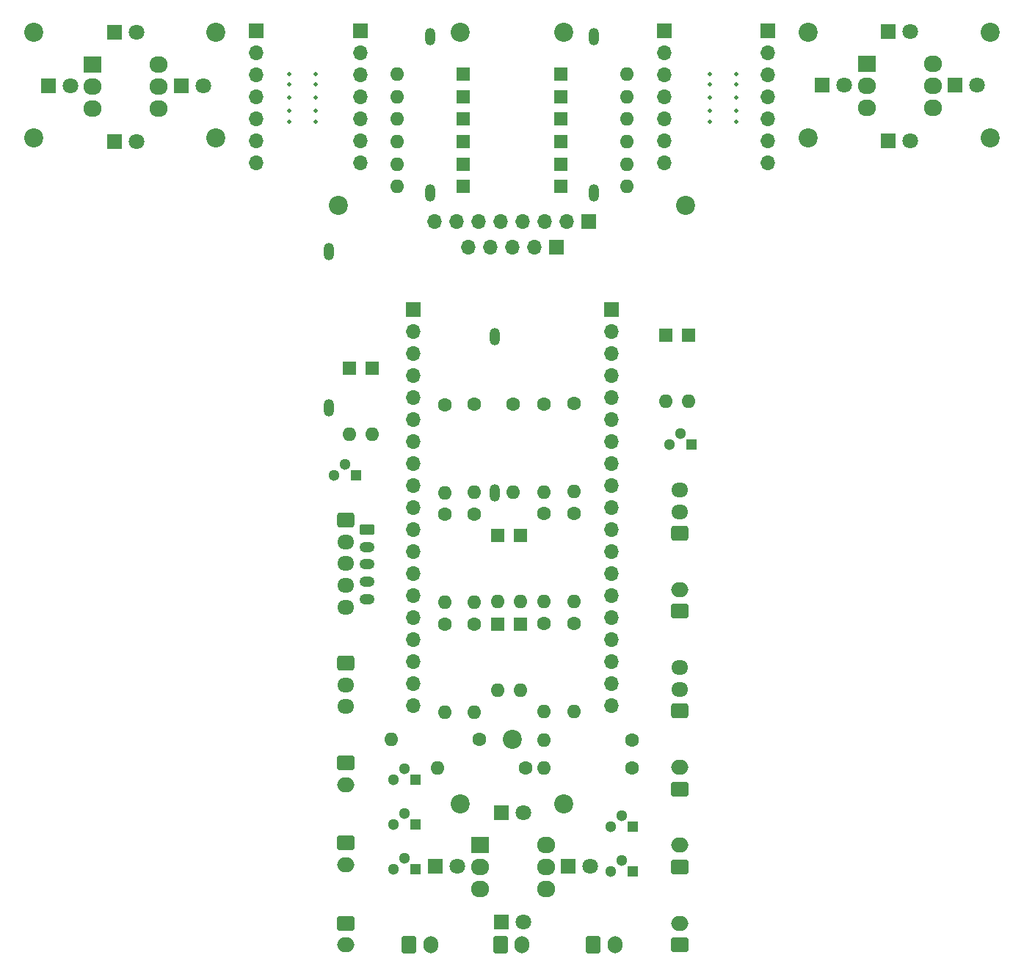
<source format=gbs>
%TF.GenerationSoftware,KiCad,Pcbnew,7.0.7*%
%TF.CreationDate,2023-09-25T22:52:37-04:00*%
%TF.ProjectId,Matrix,4d617472-6978-42e6-9b69-6361645f7063,rev?*%
%TF.SameCoordinates,Original*%
%TF.FileFunction,Soldermask,Bot*%
%TF.FilePolarity,Negative*%
%FSLAX46Y46*%
G04 Gerber Fmt 4.6, Leading zero omitted, Abs format (unit mm)*
G04 Created by KiCad (PCBNEW 7.0.7) date 2023-09-25 22:52:37*
%MOMM*%
%LPD*%
G01*
G04 APERTURE LIST*
G04 Aperture macros list*
%AMRoundRect*
0 Rectangle with rounded corners*
0 $1 Rounding radius*
0 $2 $3 $4 $5 $6 $7 $8 $9 X,Y pos of 4 corners*
0 Add a 4 corners polygon primitive as box body*
4,1,4,$2,$3,$4,$5,$6,$7,$8,$9,$2,$3,0*
0 Add four circle primitives for the rounded corners*
1,1,$1+$1,$2,$3*
1,1,$1+$1,$4,$5*
1,1,$1+$1,$6,$7*
1,1,$1+$1,$8,$9*
0 Add four rect primitives between the rounded corners*
20,1,$1+$1,$2,$3,$4,$5,0*
20,1,$1+$1,$4,$5,$6,$7,0*
20,1,$1+$1,$6,$7,$8,$9,0*
20,1,$1+$1,$8,$9,$2,$3,0*%
G04 Aperture macros list end*
%ADD10R,1.800000X1.800000*%
%ADD11C,1.800000*%
%ADD12C,2.200000*%
%ADD13C,0.500000*%
%ADD14R,2.100000X1.900000*%
%ADD15O,2.100000X1.900000*%
%ADD16O,1.200000X2.000000*%
%ADD17R,1.700000X1.700000*%
%ADD18O,1.700000X1.700000*%
%ADD19R,1.600000X1.600000*%
%ADD20O,1.600000X1.600000*%
%ADD21RoundRect,0.250000X0.750000X-0.600000X0.750000X0.600000X-0.750000X0.600000X-0.750000X-0.600000X0*%
%ADD22O,2.000000X1.700000*%
%ADD23RoundRect,0.250000X-0.625000X0.350000X-0.625000X-0.350000X0.625000X-0.350000X0.625000X0.350000X0*%
%ADD24O,1.750000X1.200000*%
%ADD25C,1.600000*%
%ADD26R,1.300000X1.300000*%
%ADD27C,1.300000*%
%ADD28RoundRect,0.250000X-0.600000X-0.750000X0.600000X-0.750000X0.600000X0.750000X-0.600000X0.750000X0*%
%ADD29O,1.700000X2.000000*%
%ADD30RoundRect,0.250000X-0.725000X0.600000X-0.725000X-0.600000X0.725000X-0.600000X0.725000X0.600000X0*%
%ADD31O,1.950000X1.700000*%
%ADD32RoundRect,0.250000X0.725000X-0.600000X0.725000X0.600000X-0.725000X0.600000X-0.725000X-0.600000X0*%
%ADD33RoundRect,0.250000X-0.750000X0.600000X-0.750000X-0.600000X0.750000X-0.600000X0.750000X0.600000X0*%
G04 APERTURE END LIST*
D10*
%TO.C,D5*%
X189004505Y-45112000D03*
D11*
X191544505Y-45112000D03*
%TD*%
D12*
%TO.C,REF\u002A\u002A*%
X151659011Y-134225000D03*
%TD*%
%TO.C,REF\u002A\u002A*%
X90509253Y-57412000D03*
%TD*%
%TO.C,REF\u002A\u002A*%
X90509253Y-45212000D03*
%TD*%
D13*
%TO.C,mouse-bite-3mm-slot*%
X119980000Y-55485000D03*
X122980000Y-55485000D03*
X122980000Y-54235000D03*
X119980000Y-54223000D03*
X119980000Y-52735000D03*
X122980000Y-52735000D03*
X119980000Y-51235000D03*
X122980000Y-51235000D03*
X119980000Y-49985000D03*
X122980000Y-49985000D03*
%TD*%
D12*
%TO.C,REF\u002A\u002A*%
X125659011Y-65200000D03*
%TD*%
%TO.C,REF\u002A\u002A*%
X179808770Y-57412000D03*
%TD*%
%TO.C,REF\u002A\u002A*%
X111509253Y-45212000D03*
%TD*%
%TO.C,REF\u002A\u002A*%
X151659011Y-45225000D03*
%TD*%
D14*
%TO.C,SW1*%
X97276753Y-48924500D03*
D15*
X104896753Y-54004500D03*
X97276753Y-54004500D03*
X104896753Y-48924500D03*
X97276753Y-51464500D03*
X104896753Y-51464500D03*
%TD*%
D12*
%TO.C,REF\u002A\u002A*%
X145659011Y-126825000D03*
%TD*%
D16*
%TO.C,SW8*%
X143700000Y-80325000D03*
X143700000Y-98325000D03*
%TD*%
D10*
%TO.C,D11*%
X144384011Y-147850000D03*
D11*
X146924011Y-147850000D03*
%TD*%
D10*
%TO.C,D2*%
X107520000Y-51387000D03*
D11*
X110060000Y-51387000D03*
%TD*%
D10*
%TO.C,D6*%
X196755494Y-51312000D03*
D11*
X199295494Y-51312000D03*
%TD*%
D13*
%TO.C,mouse-bite-3mm-slot*%
X168500000Y-55475000D03*
X171500000Y-55475000D03*
X171500000Y-54225000D03*
X168500000Y-54213000D03*
X168500000Y-52725000D03*
X171500000Y-52725000D03*
X168500000Y-51225000D03*
X171500000Y-51225000D03*
X168500000Y-49975000D03*
X171500000Y-49975000D03*
%TD*%
D10*
%TO.C,D10*%
X152135000Y-141450000D03*
D11*
X154675000Y-141450000D03*
%TD*%
D14*
%TO.C,SW2*%
X186576270Y-48849500D03*
D15*
X194196270Y-53929500D03*
X186576270Y-53929500D03*
X194196270Y-48849500D03*
X186576270Y-51389500D03*
X194196270Y-51389500D03*
%TD*%
D12*
%TO.C,REF\u002A\u002A*%
X139659011Y-45225000D03*
%TD*%
D10*
%TO.C,D1*%
X99769011Y-45187000D03*
D11*
X102309011Y-45187000D03*
%TD*%
D12*
%TO.C,REF\u002A\u002A*%
X179808770Y-45212000D03*
%TD*%
D10*
%TO.C,D3*%
X99769011Y-57787000D03*
D11*
X102309011Y-57787000D03*
%TD*%
D12*
%TO.C,REF\u002A\u002A*%
X200808770Y-45212000D03*
%TD*%
%TO.C,REF\u002A\u002A*%
X139659011Y-134225000D03*
%TD*%
%TO.C,REF\u002A\u002A*%
X111509253Y-57412000D03*
%TD*%
D10*
%TO.C,D9*%
X144384011Y-135250000D03*
D11*
X146924011Y-135250000D03*
%TD*%
D14*
%TO.C,SW3*%
X141926511Y-138987500D03*
D15*
X149546511Y-144067500D03*
X141926511Y-144067500D03*
X149546511Y-138987500D03*
X141926511Y-141527500D03*
X149546511Y-141527500D03*
%TD*%
D12*
%TO.C,REF\u002A\u002A*%
X165659011Y-65200000D03*
%TD*%
D16*
%TO.C,SW6*%
X136200000Y-63700000D03*
X136200000Y-45700000D03*
%TD*%
%TO.C,SW5*%
X124500000Y-70500000D03*
X124500000Y-88500000D03*
%TD*%
%TO.C,SW7*%
X155100000Y-63700000D03*
X155100000Y-45700000D03*
%TD*%
D11*
%TO.C,D4*%
X94700000Y-51387000D03*
D10*
X92160000Y-51387000D03*
%TD*%
D11*
%TO.C,D12*%
X139315000Y-141450000D03*
D10*
X136775000Y-141450000D03*
%TD*%
D11*
%TO.C,D8*%
X183935494Y-51312000D03*
D10*
X181395494Y-51312000D03*
%TD*%
%TO.C,D7*%
X189004505Y-57712000D03*
D11*
X191544505Y-57712000D03*
%TD*%
D12*
%TO.C,REF\u002A\u002A*%
X200808770Y-57412000D03*
%TD*%
D17*
%TO.C,J16*%
X154534011Y-67000000D03*
D18*
X151994011Y-67000000D03*
X136754011Y-67000000D03*
X144374011Y-67000000D03*
X141834011Y-67000000D03*
X149454011Y-67000000D03*
X139294011Y-67000000D03*
X146914011Y-67000000D03*
%TD*%
D19*
%TO.C,D21*%
X140000000Y-55200000D03*
D20*
X132380000Y-55200000D03*
%TD*%
D21*
%TO.C,J6*%
X165000000Y-150525000D03*
D22*
X165000000Y-148025000D03*
%TD*%
D23*
%TO.C,J14*%
X128900000Y-102600000D03*
D24*
X128900000Y-104600000D03*
X128900000Y-106600000D03*
X128900000Y-108600000D03*
X128900000Y-110600000D03*
%TD*%
D25*
%TO.C,R7*%
X159500000Y-126925000D03*
D20*
X149340000Y-126925000D03*
%TD*%
D19*
%TO.C,D30*%
X144000000Y-113490000D03*
D20*
X144000000Y-121110000D03*
%TD*%
D17*
%TO.C,J15*%
X150734011Y-70000000D03*
D18*
X148194011Y-70000000D03*
X145654011Y-70000000D03*
X143114011Y-70000000D03*
X140574011Y-70000000D03*
%TD*%
D26*
%TO.C,Q2*%
X159540000Y-142025000D03*
D27*
X158270000Y-140755000D03*
X157000000Y-142025000D03*
%TD*%
D26*
%TO.C,Q7*%
X127670000Y-96295000D03*
D27*
X126400000Y-95025000D03*
X125130000Y-96295000D03*
%TD*%
D25*
%TO.C,R3*%
X149300000Y-100725000D03*
D20*
X149300000Y-110885000D03*
%TD*%
D18*
%TO.C,1*%
X157100000Y-120365000D03*
X157100000Y-117825000D03*
X157100000Y-115285000D03*
X157100000Y-110205000D03*
D17*
X157100000Y-77185000D03*
D18*
X157100000Y-79725000D03*
X157100000Y-107665000D03*
X157100000Y-112745000D03*
X157100000Y-105125000D03*
X157100000Y-122905000D03*
X157100000Y-97505000D03*
X157100000Y-100045000D03*
X157100000Y-102585000D03*
X157100000Y-92425000D03*
X157100000Y-94965000D03*
X157100000Y-87345000D03*
X157100000Y-89885000D03*
X157100000Y-82265000D03*
X157100000Y-84805000D03*
%TD*%
D28*
%TO.C,J9*%
X133784011Y-150525000D03*
D29*
X136284011Y-150525000D03*
%TD*%
D19*
%TO.C,D13*%
X151280000Y-50000000D03*
D20*
X158900000Y-50000000D03*
%TD*%
D19*
%TO.C,D19*%
X140000000Y-50000000D03*
D20*
X132380000Y-50000000D03*
%TD*%
D19*
%TO.C,D18*%
X151300000Y-63000000D03*
D20*
X158920000Y-63000000D03*
%TD*%
D25*
%TO.C,R5*%
X149300000Y-113445000D03*
D20*
X149300000Y-123605000D03*
%TD*%
D21*
%TO.C,J2*%
X165000000Y-112025000D03*
D22*
X165000000Y-109525000D03*
%TD*%
D17*
%TO.C,DIAL 2*%
X163189011Y-45000000D03*
D18*
X163189011Y-47540000D03*
X163189011Y-50080000D03*
X163189011Y-52620000D03*
X163189011Y-55160000D03*
X163189011Y-57700000D03*
X163189011Y-60240000D03*
%TD*%
D30*
%TO.C,J14*%
X126500000Y-101525000D03*
D31*
X126500000Y-104025000D03*
X126500000Y-106525000D03*
X126500000Y-109025000D03*
X126500000Y-111525000D03*
%TD*%
D26*
%TO.C,Q1*%
X159540000Y-136885000D03*
D27*
X158270000Y-135615000D03*
X157000000Y-136885000D03*
%TD*%
D25*
%TO.C,R1*%
X149300000Y-88125000D03*
D20*
X149300000Y-98285000D03*
%TD*%
D25*
%TO.C,R4*%
X152800000Y-100765000D03*
D20*
X152800000Y-110925000D03*
%TD*%
D26*
%TO.C,Q6*%
X166370000Y-92795000D03*
D27*
X165100000Y-91525000D03*
X163830000Y-92795000D03*
%TD*%
D19*
%TO.C,D32*%
X144000000Y-103300000D03*
D20*
X144000000Y-110920000D03*
%TD*%
D26*
%TO.C,Q3*%
X134500000Y-131425000D03*
D27*
X133230000Y-130155000D03*
X131960000Y-131425000D03*
%TD*%
D32*
%TO.C,J1*%
X165000000Y-103025000D03*
D31*
X165000000Y-100525000D03*
X165000000Y-98025000D03*
%TD*%
D25*
%TO.C,R13*%
X141300000Y-100825000D03*
D20*
X141300000Y-110985000D03*
%TD*%
D25*
%TO.C,R12*%
X137900000Y-113525000D03*
D20*
X137900000Y-123685000D03*
%TD*%
D19*
%TO.C,D14*%
X151280000Y-52600000D03*
D20*
X158900000Y-52600000D03*
%TD*%
D25*
%TO.C,R6*%
X152800000Y-113425000D03*
D20*
X152800000Y-123585000D03*
%TD*%
D25*
%TO.C,R11*%
X141300000Y-113525000D03*
D20*
X141300000Y-123685000D03*
%TD*%
D25*
%TO.C,R15*%
X141300000Y-88145000D03*
D20*
X141300000Y-98305000D03*
%TD*%
D19*
%TO.C,D16*%
X151280000Y-57800000D03*
D20*
X158900000Y-57800000D03*
%TD*%
D21*
%TO.C,J5*%
X165000000Y-141525000D03*
D22*
X165000000Y-139025000D03*
%TD*%
D25*
%TO.C,R10*%
X147200000Y-130125000D03*
D20*
X137040000Y-130125000D03*
%TD*%
D19*
%TO.C,D23*%
X140000000Y-60400000D03*
D20*
X132380000Y-60400000D03*
%TD*%
D33*
%TO.C,J12*%
X126500000Y-129525000D03*
D22*
X126500000Y-132025000D03*
%TD*%
D25*
%TO.C,R9*%
X141900000Y-126825000D03*
D20*
X131740000Y-126825000D03*
%TD*%
D19*
%TO.C,D17*%
X151280000Y-60400000D03*
D20*
X158900000Y-60400000D03*
%TD*%
D28*
%TO.C,J7*%
X155034011Y-150550000D03*
D29*
X157534011Y-150550000D03*
%TD*%
D19*
%TO.C,D26*%
X163400000Y-80125000D03*
D20*
X163400000Y-87745000D03*
%TD*%
D19*
%TO.C,D28*%
X126900000Y-83925000D03*
D20*
X126900000Y-91545000D03*
%TD*%
D25*
%TO.C,R17*%
X145800000Y-88145000D03*
D20*
X145800000Y-98305000D03*
%TD*%
D25*
%TO.C,R14*%
X137900000Y-100825000D03*
D20*
X137900000Y-110985000D03*
%TD*%
D18*
%TO.C,20*%
X134250000Y-122905000D03*
X134250000Y-120365000D03*
X134250000Y-117825000D03*
X134250000Y-110205000D03*
X134250000Y-84805000D03*
D17*
X134250000Y-77185000D03*
D18*
X134250000Y-115285000D03*
X134250000Y-87345000D03*
X134250000Y-107665000D03*
X134250000Y-100045000D03*
X134250000Y-92425000D03*
X134250000Y-112745000D03*
X134250000Y-105125000D03*
X134250000Y-102585000D03*
X134250000Y-97505000D03*
X134250000Y-94965000D03*
X134250000Y-89885000D03*
X134250000Y-82265000D03*
X134250000Y-79725000D03*
%TD*%
D30*
%TO.C,J13*%
X126500000Y-118025000D03*
D31*
X126500000Y-120525000D03*
X126500000Y-123025000D03*
%TD*%
D17*
%TO.C,DIAL 1*%
X116159011Y-45010000D03*
D18*
X116159011Y-47550000D03*
X116159011Y-50090000D03*
X116159011Y-52630000D03*
X116159011Y-55170000D03*
X116159011Y-57710000D03*
X116159011Y-60250000D03*
%TD*%
D21*
%TO.C,J4*%
X165000000Y-132525000D03*
D22*
X165000000Y-130025000D03*
%TD*%
D19*
%TO.C,D15*%
X151280000Y-55200000D03*
D20*
X158900000Y-55200000D03*
%TD*%
D25*
%TO.C,R2*%
X152800000Y-88065000D03*
D20*
X152800000Y-98225000D03*
%TD*%
D26*
%TO.C,Q5*%
X134500000Y-136625000D03*
D27*
X133230000Y-135355000D03*
X131960000Y-136625000D03*
%TD*%
D19*
%TO.C,D31*%
X146600000Y-103300000D03*
D20*
X146600000Y-110920000D03*
%TD*%
D17*
%TO.C,DIAL 1*%
X128129011Y-45010000D03*
D18*
X128129011Y-47550000D03*
X128129011Y-50090000D03*
X128129011Y-52630000D03*
X128129011Y-55170000D03*
X128129011Y-57710000D03*
X128129011Y-60250000D03*
%TD*%
D19*
%TO.C,D25*%
X166000000Y-80125000D03*
D20*
X166000000Y-87745000D03*
%TD*%
D17*
%TO.C,DIAL 2*%
X175159011Y-45000000D03*
D18*
X175159011Y-47540000D03*
X175159011Y-50080000D03*
X175159011Y-52620000D03*
X175159011Y-55160000D03*
X175159011Y-57700000D03*
X175159011Y-60240000D03*
%TD*%
D25*
%TO.C,R16*%
X137900000Y-88165000D03*
D20*
X137900000Y-98325000D03*
%TD*%
D32*
%TO.C,J3*%
X165000000Y-123525000D03*
D31*
X165000000Y-121025000D03*
X165000000Y-118525000D03*
%TD*%
D19*
%TO.C,D20*%
X140000000Y-52600000D03*
D20*
X132380000Y-52600000D03*
%TD*%
D25*
%TO.C,R8*%
X159500000Y-130125000D03*
D20*
X149340000Y-130125000D03*
%TD*%
D19*
%TO.C,D24*%
X140000000Y-63000000D03*
D20*
X132380000Y-63000000D03*
%TD*%
D28*
%TO.C,J8*%
X144330000Y-150537500D03*
D29*
X146830000Y-150537500D03*
%TD*%
D33*
%TO.C,J11*%
X126475000Y-138775000D03*
D22*
X126475000Y-141275000D03*
%TD*%
D19*
%TO.C,D22*%
X140000000Y-57800000D03*
D20*
X132380000Y-57800000D03*
%TD*%
D19*
%TO.C,D27*%
X129500000Y-83925000D03*
D20*
X129500000Y-91545000D03*
%TD*%
D19*
%TO.C,D29*%
X146600000Y-113490000D03*
D20*
X146600000Y-121110000D03*
%TD*%
D26*
%TO.C,Q4*%
X134500000Y-141795000D03*
D27*
X133230000Y-140525000D03*
X131960000Y-141795000D03*
%TD*%
D33*
%TO.C,J10*%
X126475000Y-148025000D03*
D22*
X126475000Y-150525000D03*
%TD*%
M02*

</source>
